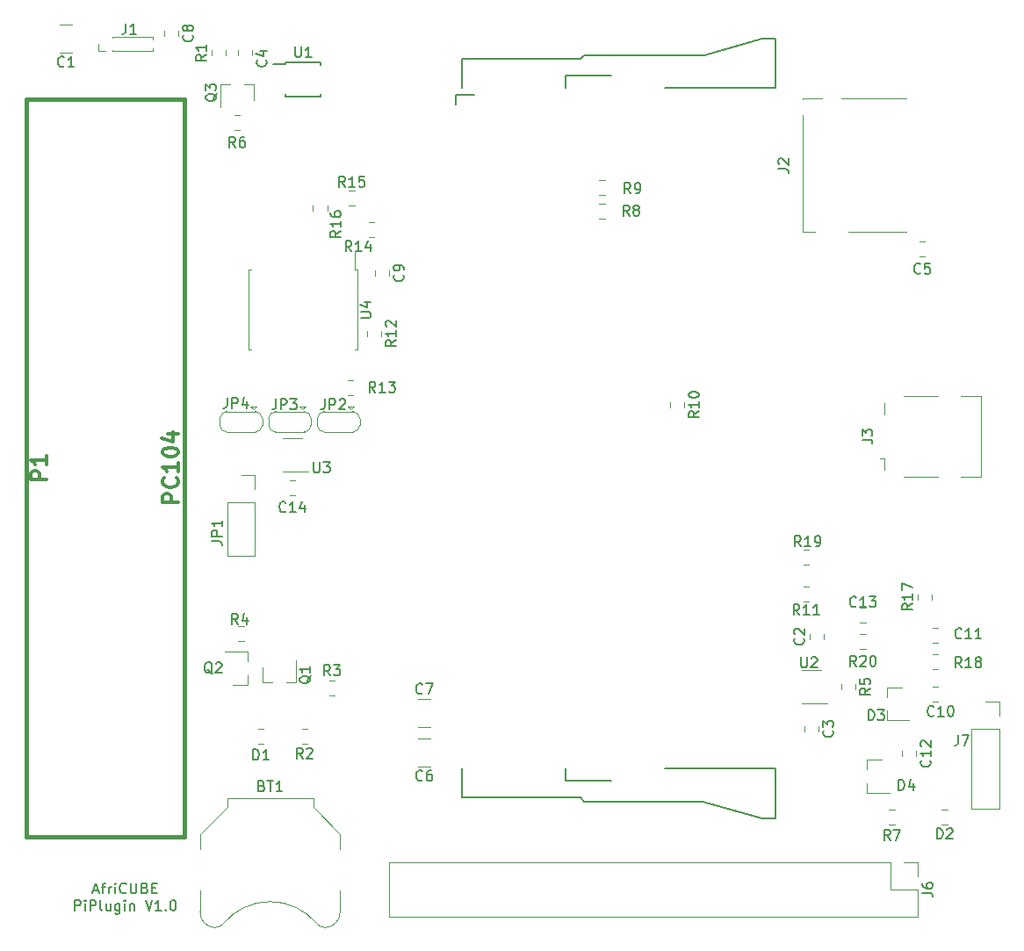
<source format=gbr>
G04 #@! TF.GenerationSoftware,KiCad,Pcbnew,(5.1.2)-2*
G04 #@! TF.CreationDate,2020-04-10T09:33:14+02:00*
G04 #@! TF.ProjectId,AfriCubePiPluginBoard,41667269-4375-4626-9550-69506c756769,rev?*
G04 #@! TF.SameCoordinates,Original*
G04 #@! TF.FileFunction,Legend,Top*
G04 #@! TF.FilePolarity,Positive*
%FSLAX46Y46*%
G04 Gerber Fmt 4.6, Leading zero omitted, Abs format (unit mm)*
G04 Created by KiCad (PCBNEW (5.1.2)-2) date 2020-04-10 09:33:14*
%MOMM*%
%LPD*%
G04 APERTURE LIST*
%ADD10C,0.150000*%
%ADD11C,0.120000*%
%ADD12C,0.381000*%
%ADD13C,0.304800*%
G04 APERTURE END LIST*
D10*
X105537380Y-142343666D02*
X106013571Y-142343666D01*
X105442142Y-142629380D02*
X105775476Y-141629380D01*
X106108809Y-142629380D01*
X106299285Y-141962714D02*
X106680238Y-141962714D01*
X106442142Y-142629380D02*
X106442142Y-141772238D01*
X106489761Y-141677000D01*
X106585000Y-141629380D01*
X106680238Y-141629380D01*
X107013571Y-142629380D02*
X107013571Y-141962714D01*
X107013571Y-142153190D02*
X107061190Y-142057952D01*
X107108809Y-142010333D01*
X107204047Y-141962714D01*
X107299285Y-141962714D01*
X107632619Y-142629380D02*
X107632619Y-141962714D01*
X107632619Y-141629380D02*
X107585000Y-141677000D01*
X107632619Y-141724619D01*
X107680238Y-141677000D01*
X107632619Y-141629380D01*
X107632619Y-141724619D01*
X108680238Y-142534142D02*
X108632619Y-142581761D01*
X108489761Y-142629380D01*
X108394523Y-142629380D01*
X108251666Y-142581761D01*
X108156428Y-142486523D01*
X108108809Y-142391285D01*
X108061190Y-142200809D01*
X108061190Y-142057952D01*
X108108809Y-141867476D01*
X108156428Y-141772238D01*
X108251666Y-141677000D01*
X108394523Y-141629380D01*
X108489761Y-141629380D01*
X108632619Y-141677000D01*
X108680238Y-141724619D01*
X109108809Y-141629380D02*
X109108809Y-142438904D01*
X109156428Y-142534142D01*
X109204047Y-142581761D01*
X109299285Y-142629380D01*
X109489761Y-142629380D01*
X109585000Y-142581761D01*
X109632619Y-142534142D01*
X109680238Y-142438904D01*
X109680238Y-141629380D01*
X110489761Y-142105571D02*
X110632619Y-142153190D01*
X110680238Y-142200809D01*
X110727857Y-142296047D01*
X110727857Y-142438904D01*
X110680238Y-142534142D01*
X110632619Y-142581761D01*
X110537380Y-142629380D01*
X110156428Y-142629380D01*
X110156428Y-141629380D01*
X110489761Y-141629380D01*
X110585000Y-141677000D01*
X110632619Y-141724619D01*
X110680238Y-141819857D01*
X110680238Y-141915095D01*
X110632619Y-142010333D01*
X110585000Y-142057952D01*
X110489761Y-142105571D01*
X110156428Y-142105571D01*
X111156428Y-142105571D02*
X111489761Y-142105571D01*
X111632619Y-142629380D02*
X111156428Y-142629380D01*
X111156428Y-141629380D01*
X111632619Y-141629380D01*
X103727857Y-144279380D02*
X103727857Y-143279380D01*
X104108809Y-143279380D01*
X104204047Y-143327000D01*
X104251666Y-143374619D01*
X104299285Y-143469857D01*
X104299285Y-143612714D01*
X104251666Y-143707952D01*
X104204047Y-143755571D01*
X104108809Y-143803190D01*
X103727857Y-143803190D01*
X104727857Y-144279380D02*
X104727857Y-143612714D01*
X104727857Y-143279380D02*
X104680238Y-143327000D01*
X104727857Y-143374619D01*
X104775476Y-143327000D01*
X104727857Y-143279380D01*
X104727857Y-143374619D01*
X105204047Y-144279380D02*
X105204047Y-143279380D01*
X105585000Y-143279380D01*
X105680238Y-143327000D01*
X105727857Y-143374619D01*
X105775476Y-143469857D01*
X105775476Y-143612714D01*
X105727857Y-143707952D01*
X105680238Y-143755571D01*
X105585000Y-143803190D01*
X105204047Y-143803190D01*
X106346904Y-144279380D02*
X106251666Y-144231761D01*
X106204047Y-144136523D01*
X106204047Y-143279380D01*
X107156428Y-143612714D02*
X107156428Y-144279380D01*
X106727857Y-143612714D02*
X106727857Y-144136523D01*
X106775476Y-144231761D01*
X106870714Y-144279380D01*
X107013571Y-144279380D01*
X107108809Y-144231761D01*
X107156428Y-144184142D01*
X108061190Y-143612714D02*
X108061190Y-144422238D01*
X108013571Y-144517476D01*
X107965952Y-144565095D01*
X107870714Y-144612714D01*
X107727857Y-144612714D01*
X107632619Y-144565095D01*
X108061190Y-144231761D02*
X107965952Y-144279380D01*
X107775476Y-144279380D01*
X107680238Y-144231761D01*
X107632619Y-144184142D01*
X107585000Y-144088904D01*
X107585000Y-143803190D01*
X107632619Y-143707952D01*
X107680238Y-143660333D01*
X107775476Y-143612714D01*
X107965952Y-143612714D01*
X108061190Y-143660333D01*
X108537380Y-144279380D02*
X108537380Y-143612714D01*
X108537380Y-143279380D02*
X108489761Y-143327000D01*
X108537380Y-143374619D01*
X108585000Y-143327000D01*
X108537380Y-143279380D01*
X108537380Y-143374619D01*
X109013571Y-143612714D02*
X109013571Y-144279380D01*
X109013571Y-143707952D02*
X109061190Y-143660333D01*
X109156428Y-143612714D01*
X109299285Y-143612714D01*
X109394523Y-143660333D01*
X109442142Y-143755571D01*
X109442142Y-144279380D01*
X110537380Y-143279380D02*
X110870714Y-144279380D01*
X111204047Y-143279380D01*
X112061190Y-144279380D02*
X111489761Y-144279380D01*
X111775476Y-144279380D02*
X111775476Y-143279380D01*
X111680238Y-143422238D01*
X111585000Y-143517476D01*
X111489761Y-143565095D01*
X112489761Y-144184142D02*
X112537380Y-144231761D01*
X112489761Y-144279380D01*
X112442142Y-144231761D01*
X112489761Y-144184142D01*
X112489761Y-144279380D01*
X113156428Y-143279380D02*
X113251666Y-143279380D01*
X113346904Y-143327000D01*
X113394523Y-143374619D01*
X113442142Y-143469857D01*
X113489761Y-143660333D01*
X113489761Y-143898428D01*
X113442142Y-144088904D01*
X113394523Y-144184142D01*
X113346904Y-144231761D01*
X113251666Y-144279380D01*
X113156428Y-144279380D01*
X113061190Y-144231761D01*
X113013571Y-144184142D01*
X112965952Y-144088904D01*
X112918333Y-143898428D01*
X112918333Y-143660333D01*
X112965952Y-143469857D01*
X113013571Y-143374619D01*
X113061190Y-143327000D01*
X113156428Y-143279380D01*
D11*
X187840252Y-135965000D02*
X187317748Y-135965000D01*
X187840252Y-134545000D02*
X187317748Y-134545000D01*
X182237748Y-135965000D02*
X182760252Y-135965000D01*
X182237748Y-134545000D02*
X182760252Y-134545000D01*
X185158748Y-81228000D02*
X185681252Y-81228000D01*
X185158748Y-79808000D02*
X185681252Y-79808000D01*
X154297748Y-73839000D02*
X154820252Y-73839000D01*
X154297748Y-75259000D02*
X154820252Y-75259000D01*
X127969615Y-145919160D02*
G75*
G02X127055000Y-145535000I-124615J984160D01*
G01*
X117140385Y-145919160D02*
G75*
G03X118055000Y-145535000I124615J984160D01*
G01*
X127045661Y-145523671D02*
G75*
G03X118055000Y-145535000I-4490661J-3711329D01*
G01*
X129305000Y-144385000D02*
G75*
G02X127855000Y-145935000I-1500000J-50000D01*
G01*
X115805000Y-144385000D02*
G75*
G03X117255000Y-145935000I1500000J-50000D01*
G01*
X129305000Y-142335000D02*
X129305000Y-144435000D01*
X115805000Y-142335000D02*
X115805000Y-144435000D01*
X115805000Y-138335000D02*
X115805000Y-136885000D01*
X115805000Y-136885000D02*
X118405000Y-134285000D01*
X118405000Y-134285000D02*
X118405000Y-133485000D01*
X118405000Y-133485000D02*
X126705000Y-133485000D01*
X126705000Y-133485000D02*
X126705000Y-134285000D01*
X126705000Y-134285000D02*
X129305000Y-136885000D01*
X129305000Y-136885000D02*
X129305000Y-138335000D01*
X103472064Y-61558000D02*
X102267936Y-61558000D01*
X103472064Y-58838000D02*
X102267936Y-58838000D01*
X175970000Y-118117252D02*
X175970000Y-117594748D01*
X174550000Y-118117252D02*
X174550000Y-117594748D01*
X175462000Y-126484748D02*
X175462000Y-127007252D01*
X174042000Y-126484748D02*
X174042000Y-127007252D01*
X120852000Y-61856252D02*
X120852000Y-61333748D01*
X119432000Y-61856252D02*
X119432000Y-61333748D01*
X138016064Y-127672000D02*
X136811936Y-127672000D01*
X138016064Y-130392000D02*
X136811936Y-130392000D01*
X136811936Y-123862000D02*
X138016064Y-123862000D01*
X136811936Y-126582000D02*
X138016064Y-126582000D01*
X134060000Y-82542748D02*
X134060000Y-83065252D01*
X132640000Y-82542748D02*
X132640000Y-83065252D01*
X186951252Y-124154000D02*
X186428748Y-124154000D01*
X186951252Y-122734000D02*
X186428748Y-122734000D01*
X186428748Y-118439000D02*
X186951252Y-118439000D01*
X186428748Y-117019000D02*
X186951252Y-117019000D01*
X184860000Y-129420252D02*
X184860000Y-128897748D01*
X183440000Y-129420252D02*
X183440000Y-128897748D01*
X179966252Y-115114000D02*
X179443748Y-115114000D01*
X179966252Y-116534000D02*
X179443748Y-116534000D01*
X124452748Y-104215000D02*
X124975252Y-104215000D01*
X124452748Y-102795000D02*
X124975252Y-102795000D01*
X121404748Y-128218000D02*
X121927252Y-128218000D01*
X121404748Y-126798000D02*
X121927252Y-126798000D01*
X181993000Y-122753000D02*
X181993000Y-123683000D01*
X181993000Y-125913000D02*
X181993000Y-124983000D01*
X181993000Y-125913000D02*
X184153000Y-125913000D01*
X181993000Y-122753000D02*
X183453000Y-122753000D01*
X180088000Y-129738000D02*
X180088000Y-130668000D01*
X180088000Y-132898000D02*
X180088000Y-131968000D01*
X180088000Y-132898000D02*
X182248000Y-132898000D01*
X180088000Y-129738000D02*
X181548000Y-129738000D01*
X177630000Y-65955000D02*
X183930000Y-65955000D01*
X178330000Y-78825000D02*
X183930000Y-78825000D01*
X173920000Y-65955000D02*
X175730000Y-65955000D01*
X173920000Y-78825000D02*
X173920000Y-67565000D01*
X175080000Y-78825000D02*
X173920000Y-78825000D01*
X173920000Y-66065000D02*
X173920000Y-65955000D01*
X191076000Y-94642000D02*
X191076000Y-102462000D01*
X181756000Y-100662000D02*
X181326000Y-100662000D01*
X191076000Y-94642000D02*
X189126000Y-94642000D01*
X186906000Y-94642000D02*
X183676000Y-94642000D01*
X181756000Y-96442000D02*
X181756000Y-95362000D01*
X181756000Y-101742000D02*
X181756000Y-100662000D01*
X186906000Y-102462000D02*
X183676000Y-102462000D01*
X191076000Y-102462000D02*
X189126000Y-102462000D01*
X190186000Y-126746000D02*
X192846000Y-126746000D01*
X190186000Y-126746000D02*
X190186000Y-134426000D01*
X190186000Y-134426000D02*
X192846000Y-134426000D01*
X192846000Y-126746000D02*
X192846000Y-134426000D01*
X192846000Y-124146000D02*
X192846000Y-125476000D01*
X191516000Y-124146000D02*
X192846000Y-124146000D01*
X118431000Y-104902000D02*
X121091000Y-104902000D01*
X118431000Y-104902000D02*
X118431000Y-110042000D01*
X118431000Y-110042000D02*
X121091000Y-110042000D01*
X121091000Y-104902000D02*
X121091000Y-110042000D01*
X121091000Y-102302000D02*
X121091000Y-103632000D01*
X119761000Y-102302000D02*
X121091000Y-102302000D01*
X130359000Y-95955000D02*
X130059000Y-95655000D01*
X130659000Y-95655000D02*
X130059000Y-95655000D01*
X130359000Y-95955000D02*
X130659000Y-95655000D01*
X131209000Y-96855000D02*
X131209000Y-97455000D01*
X127759000Y-96155000D02*
X130559000Y-96155000D01*
X127109000Y-97455000D02*
X127109000Y-96855000D01*
X130559000Y-98155000D02*
X127759000Y-98155000D01*
X127809000Y-98155000D02*
G75*
G02X127109000Y-97455000I0J700000D01*
G01*
X127109000Y-96855000D02*
G75*
G02X127809000Y-96155000I700000J0D01*
G01*
X130509000Y-96155000D02*
G75*
G02X131209000Y-96855000I0J-700000D01*
G01*
X131209000Y-97455000D02*
G75*
G02X130509000Y-98155000I-700000J0D01*
G01*
X126510000Y-97455000D02*
G75*
G02X125810000Y-98155000I-700000J0D01*
G01*
X125810000Y-96155000D02*
G75*
G02X126510000Y-96855000I0J-700000D01*
G01*
X122410000Y-96855000D02*
G75*
G02X123110000Y-96155000I700000J0D01*
G01*
X123110000Y-98155000D02*
G75*
G02X122410000Y-97455000I0J700000D01*
G01*
X125860000Y-98155000D02*
X123060000Y-98155000D01*
X122410000Y-97455000D02*
X122410000Y-96855000D01*
X123060000Y-96155000D02*
X125860000Y-96155000D01*
X126510000Y-96855000D02*
X126510000Y-97455000D01*
X125660000Y-95955000D02*
X125960000Y-95655000D01*
X125960000Y-95655000D02*
X125360000Y-95655000D01*
X125660000Y-95955000D02*
X125360000Y-95655000D01*
X120961000Y-95955000D02*
X120661000Y-95655000D01*
X121261000Y-95655000D02*
X120661000Y-95655000D01*
X120961000Y-95955000D02*
X121261000Y-95655000D01*
X121811000Y-96855000D02*
X121811000Y-97455000D01*
X118361000Y-96155000D02*
X121161000Y-96155000D01*
X117711000Y-97455000D02*
X117711000Y-96855000D01*
X121161000Y-98155000D02*
X118361000Y-98155000D01*
X118411000Y-98155000D02*
G75*
G02X117711000Y-97455000I0J700000D01*
G01*
X117711000Y-96855000D02*
G75*
G02X118411000Y-96155000I700000J0D01*
G01*
X121111000Y-96155000D02*
G75*
G02X121811000Y-96855000I0J-700000D01*
G01*
X121811000Y-97455000D02*
G75*
G02X121111000Y-98155000I-700000J0D01*
G01*
D12*
X99060000Y-137160000D02*
X99060000Y-66040000D01*
X99060000Y-66040000D02*
X114300000Y-66040000D01*
X114300000Y-66040000D02*
X114300000Y-137160000D01*
X114300000Y-137160000D02*
X99060000Y-137160000D01*
D11*
X121864000Y-122299000D02*
X121864000Y-120839000D01*
X125024000Y-122299000D02*
X125024000Y-120139000D01*
X125024000Y-122299000D02*
X124094000Y-122299000D01*
X121864000Y-122299000D02*
X122794000Y-122299000D01*
X120394000Y-122484000D02*
X120394000Y-121554000D01*
X120394000Y-119324000D02*
X120394000Y-120254000D01*
X120394000Y-119324000D02*
X118234000Y-119324000D01*
X120394000Y-122484000D02*
X118934000Y-122484000D01*
X120960000Y-64645000D02*
X120960000Y-66105000D01*
X117800000Y-64645000D02*
X117800000Y-66805000D01*
X117800000Y-64645000D02*
X118730000Y-64645000D01*
X120960000Y-64645000D02*
X120030000Y-64645000D01*
X116892000Y-61856252D02*
X116892000Y-61333748D01*
X118312000Y-61856252D02*
X118312000Y-61333748D01*
X126127252Y-128218000D02*
X125604748Y-128218000D01*
X126127252Y-126798000D02*
X125604748Y-126798000D01*
X128262748Y-123519000D02*
X128785252Y-123519000D01*
X128262748Y-122099000D02*
X128785252Y-122099000D01*
X120022252Y-118312000D02*
X119499748Y-118312000D01*
X120022252Y-116892000D02*
X119499748Y-116892000D01*
X179018000Y-122420748D02*
X179018000Y-122943252D01*
X177598000Y-122420748D02*
X177598000Y-122943252D01*
X119118748Y-67616000D02*
X119641252Y-67616000D01*
X119118748Y-69036000D02*
X119641252Y-69036000D01*
X154297748Y-76125000D02*
X154820252Y-76125000D01*
X154297748Y-77545000D02*
X154820252Y-77545000D01*
X161088000Y-95242748D02*
X161088000Y-95765252D01*
X162508000Y-95242748D02*
X162508000Y-95765252D01*
X173982748Y-113082000D02*
X174505252Y-113082000D01*
X173982748Y-114502000D02*
X174505252Y-114502000D01*
X131878000Y-88384748D02*
X131878000Y-88907252D01*
X133298000Y-88384748D02*
X133298000Y-88907252D01*
X130563252Y-94563000D02*
X130040748Y-94563000D01*
X130563252Y-93143000D02*
X130040748Y-93143000D01*
X132595252Y-77903000D02*
X132072748Y-77903000D01*
X132595252Y-79323000D02*
X132072748Y-79323000D01*
X130690252Y-74855000D02*
X130167748Y-74855000D01*
X130690252Y-76275000D02*
X130167748Y-76275000D01*
X128091000Y-76319748D02*
X128091000Y-76842252D01*
X126671000Y-76319748D02*
X126671000Y-76842252D01*
X186384000Y-114307252D02*
X186384000Y-113784748D01*
X184964000Y-114307252D02*
X184964000Y-113784748D01*
X186951252Y-120979000D02*
X186428748Y-120979000D01*
X186951252Y-119559000D02*
X186428748Y-119559000D01*
X174505252Y-110946000D02*
X173982748Y-110946000D01*
X174505252Y-109526000D02*
X173982748Y-109526000D01*
X179443748Y-119074000D02*
X179966252Y-119074000D01*
X179443748Y-117654000D02*
X179966252Y-117654000D01*
D10*
X124055000Y-62460000D02*
X124055000Y-62685000D01*
X127405000Y-62460000D02*
X127405000Y-62760000D01*
X127405000Y-65810000D02*
X127405000Y-65510000D01*
X124055000Y-65810000D02*
X124055000Y-65510000D01*
X124055000Y-62460000D02*
X127405000Y-62460000D01*
X124055000Y-65810000D02*
X127405000Y-65810000D01*
X124055000Y-62685000D02*
X122830000Y-62685000D01*
D11*
X175652000Y-121072000D02*
X173852000Y-121072000D01*
X173852000Y-124292000D02*
X176302000Y-124292000D01*
X125614000Y-98720000D02*
X123814000Y-98720000D01*
X123814000Y-101940000D02*
X126264000Y-101940000D01*
X120470000Y-86360000D02*
X120470000Y-90220000D01*
X120470000Y-90220000D02*
X120725000Y-90220000D01*
X120470000Y-86360000D02*
X120470000Y-82500000D01*
X120470000Y-82500000D02*
X120725000Y-82500000D01*
X130990000Y-86360000D02*
X130990000Y-90220000D01*
X130990000Y-90220000D02*
X130735000Y-90220000D01*
X130990000Y-86360000D02*
X130990000Y-82500000D01*
X130990000Y-82500000D02*
X130735000Y-82500000D01*
X130735000Y-82500000D02*
X130735000Y-80685000D01*
D10*
X140450000Y-65590000D02*
X142250000Y-65590000D01*
X140450000Y-66590000D02*
X140450000Y-65590000D01*
X171250000Y-60190000D02*
X171250000Y-64990000D01*
X170050000Y-60190000D02*
X171250000Y-60190000D01*
X164450000Y-61790000D02*
X170050000Y-60190000D01*
X152850000Y-61790000D02*
X164450000Y-61790000D01*
X152450000Y-62190000D02*
X152850000Y-61790000D01*
X141050000Y-62190000D02*
X152450000Y-62190000D01*
X141050000Y-64990000D02*
X141050000Y-62190000D01*
X171250000Y-135390000D02*
X171250000Y-130590000D01*
X170050000Y-135390000D02*
X171250000Y-135390000D01*
X164250000Y-133790000D02*
X170050000Y-135390000D01*
X152850000Y-133790000D02*
X164250000Y-133790000D01*
X152450000Y-133390000D02*
X152850000Y-133790000D01*
X141050000Y-133390000D02*
X152450000Y-133390000D01*
X141050000Y-130590000D02*
X141050000Y-133390000D01*
X151050000Y-63790000D02*
X155450000Y-63790000D01*
X151050000Y-64990000D02*
X151050000Y-63790000D01*
X160650000Y-64990000D02*
X171250000Y-64990000D01*
X160650000Y-130590000D02*
X171250000Y-130590000D01*
X151050000Y-131790000D02*
X151050000Y-130590000D01*
X155450000Y-131790000D02*
X151050000Y-131790000D01*
D11*
X134052000Y-139640000D02*
X134052000Y-144840000D01*
X182372000Y-139640000D02*
X134052000Y-139640000D01*
X184972000Y-144840000D02*
X134052000Y-144840000D01*
X182372000Y-139640000D02*
X182372000Y-142240000D01*
X182372000Y-142240000D02*
X184972000Y-142240000D01*
X184972000Y-142240000D02*
X184972000Y-144840000D01*
X183642000Y-139640000D02*
X184972000Y-139640000D01*
X184972000Y-139640000D02*
X184972000Y-140970000D01*
X105995000Y-61401000D02*
X105995000Y-60706000D01*
X106680000Y-61401000D02*
X105995000Y-61401000D01*
X107365000Y-60097724D02*
X107365000Y-60011000D01*
X107365000Y-61401000D02*
X107365000Y-61314276D01*
X107365000Y-60011000D02*
X111240000Y-60011000D01*
X107365000Y-61401000D02*
X111240000Y-61401000D01*
X111240000Y-60311507D02*
X111240000Y-60011000D01*
X111240000Y-61401000D02*
X111240000Y-61100493D01*
X113740000Y-59428748D02*
X113740000Y-59951252D01*
X112320000Y-59428748D02*
X112320000Y-59951252D01*
D10*
X186840904Y-137357380D02*
X186840904Y-136357380D01*
X187079000Y-136357380D01*
X187221857Y-136405000D01*
X187317095Y-136500238D01*
X187364714Y-136595476D01*
X187412333Y-136785952D01*
X187412333Y-136928809D01*
X187364714Y-137119285D01*
X187317095Y-137214523D01*
X187221857Y-137309761D01*
X187079000Y-137357380D01*
X186840904Y-137357380D01*
X187793285Y-136452619D02*
X187840904Y-136405000D01*
X187936142Y-136357380D01*
X188174238Y-136357380D01*
X188269476Y-136405000D01*
X188317095Y-136452619D01*
X188364714Y-136547857D01*
X188364714Y-136643095D01*
X188317095Y-136785952D01*
X187745666Y-137357380D01*
X188364714Y-137357380D01*
X182332333Y-137485380D02*
X181999000Y-137009190D01*
X181760904Y-137485380D02*
X181760904Y-136485380D01*
X182141857Y-136485380D01*
X182237095Y-136533000D01*
X182284714Y-136580619D01*
X182332333Y-136675857D01*
X182332333Y-136818714D01*
X182284714Y-136913952D01*
X182237095Y-136961571D01*
X182141857Y-137009190D01*
X181760904Y-137009190D01*
X182665666Y-136485380D02*
X183332333Y-136485380D01*
X182903761Y-137485380D01*
X185253333Y-82780142D02*
X185205714Y-82827761D01*
X185062857Y-82875380D01*
X184967619Y-82875380D01*
X184824761Y-82827761D01*
X184729523Y-82732523D01*
X184681904Y-82637285D01*
X184634285Y-82446809D01*
X184634285Y-82303952D01*
X184681904Y-82113476D01*
X184729523Y-82018238D01*
X184824761Y-81923000D01*
X184967619Y-81875380D01*
X185062857Y-81875380D01*
X185205714Y-81923000D01*
X185253333Y-81970619D01*
X186158095Y-81875380D02*
X185681904Y-81875380D01*
X185634285Y-82351571D01*
X185681904Y-82303952D01*
X185777142Y-82256333D01*
X186015238Y-82256333D01*
X186110476Y-82303952D01*
X186158095Y-82351571D01*
X186205714Y-82446809D01*
X186205714Y-82684904D01*
X186158095Y-82780142D01*
X186110476Y-82827761D01*
X186015238Y-82875380D01*
X185777142Y-82875380D01*
X185681904Y-82827761D01*
X185634285Y-82780142D01*
X157313333Y-75128380D02*
X156980000Y-74652190D01*
X156741904Y-75128380D02*
X156741904Y-74128380D01*
X157122857Y-74128380D01*
X157218095Y-74176000D01*
X157265714Y-74223619D01*
X157313333Y-74318857D01*
X157313333Y-74461714D01*
X157265714Y-74556952D01*
X157218095Y-74604571D01*
X157122857Y-74652190D01*
X156741904Y-74652190D01*
X157789523Y-75128380D02*
X157980000Y-75128380D01*
X158075238Y-75080761D01*
X158122857Y-75033142D01*
X158218095Y-74890285D01*
X158265714Y-74699809D01*
X158265714Y-74318857D01*
X158218095Y-74223619D01*
X158170476Y-74176000D01*
X158075238Y-74128380D01*
X157884761Y-74128380D01*
X157789523Y-74176000D01*
X157741904Y-74223619D01*
X157694285Y-74318857D01*
X157694285Y-74556952D01*
X157741904Y-74652190D01*
X157789523Y-74699809D01*
X157884761Y-74747428D01*
X158075238Y-74747428D01*
X158170476Y-74699809D01*
X158218095Y-74652190D01*
X158265714Y-74556952D01*
X121769285Y-132263571D02*
X121912142Y-132311190D01*
X121959761Y-132358809D01*
X122007380Y-132454047D01*
X122007380Y-132596904D01*
X121959761Y-132692142D01*
X121912142Y-132739761D01*
X121816904Y-132787380D01*
X121435952Y-132787380D01*
X121435952Y-131787380D01*
X121769285Y-131787380D01*
X121864523Y-131835000D01*
X121912142Y-131882619D01*
X121959761Y-131977857D01*
X121959761Y-132073095D01*
X121912142Y-132168333D01*
X121864523Y-132215952D01*
X121769285Y-132263571D01*
X121435952Y-132263571D01*
X122293095Y-131787380D02*
X122864523Y-131787380D01*
X122578809Y-132787380D02*
X122578809Y-131787380D01*
X123721666Y-132787380D02*
X123150238Y-132787380D01*
X123435952Y-132787380D02*
X123435952Y-131787380D01*
X123340714Y-131930238D01*
X123245476Y-132025476D01*
X123150238Y-132073095D01*
X102703333Y-62835142D02*
X102655714Y-62882761D01*
X102512857Y-62930380D01*
X102417619Y-62930380D01*
X102274761Y-62882761D01*
X102179523Y-62787523D01*
X102131904Y-62692285D01*
X102084285Y-62501809D01*
X102084285Y-62358952D01*
X102131904Y-62168476D01*
X102179523Y-62073238D01*
X102274761Y-61978000D01*
X102417619Y-61930380D01*
X102512857Y-61930380D01*
X102655714Y-61978000D01*
X102703333Y-62025619D01*
X103655714Y-62930380D02*
X103084285Y-62930380D01*
X103370000Y-62930380D02*
X103370000Y-61930380D01*
X103274761Y-62073238D01*
X103179523Y-62168476D01*
X103084285Y-62216095D01*
X173967142Y-118022666D02*
X174014761Y-118070285D01*
X174062380Y-118213142D01*
X174062380Y-118308380D01*
X174014761Y-118451238D01*
X173919523Y-118546476D01*
X173824285Y-118594095D01*
X173633809Y-118641714D01*
X173490952Y-118641714D01*
X173300476Y-118594095D01*
X173205238Y-118546476D01*
X173110000Y-118451238D01*
X173062380Y-118308380D01*
X173062380Y-118213142D01*
X173110000Y-118070285D01*
X173157619Y-118022666D01*
X173157619Y-117641714D02*
X173110000Y-117594095D01*
X173062380Y-117498857D01*
X173062380Y-117260761D01*
X173110000Y-117165523D01*
X173157619Y-117117904D01*
X173252857Y-117070285D01*
X173348095Y-117070285D01*
X173490952Y-117117904D01*
X174062380Y-117689333D01*
X174062380Y-117070285D01*
X176759142Y-126912666D02*
X176806761Y-126960285D01*
X176854380Y-127103142D01*
X176854380Y-127198380D01*
X176806761Y-127341238D01*
X176711523Y-127436476D01*
X176616285Y-127484095D01*
X176425809Y-127531714D01*
X176282952Y-127531714D01*
X176092476Y-127484095D01*
X175997238Y-127436476D01*
X175902000Y-127341238D01*
X175854380Y-127198380D01*
X175854380Y-127103142D01*
X175902000Y-126960285D01*
X175949619Y-126912666D01*
X175854380Y-126579333D02*
X175854380Y-125960285D01*
X176235333Y-126293619D01*
X176235333Y-126150761D01*
X176282952Y-126055523D01*
X176330571Y-126007904D01*
X176425809Y-125960285D01*
X176663904Y-125960285D01*
X176759142Y-126007904D01*
X176806761Y-126055523D01*
X176854380Y-126150761D01*
X176854380Y-126436476D01*
X176806761Y-126531714D01*
X176759142Y-126579333D01*
X122150142Y-62269666D02*
X122197761Y-62317285D01*
X122245380Y-62460142D01*
X122245380Y-62555380D01*
X122197761Y-62698238D01*
X122102523Y-62793476D01*
X122007285Y-62841095D01*
X121816809Y-62888714D01*
X121673952Y-62888714D01*
X121483476Y-62841095D01*
X121388238Y-62793476D01*
X121293000Y-62698238D01*
X121245380Y-62555380D01*
X121245380Y-62460142D01*
X121293000Y-62317285D01*
X121340619Y-62269666D01*
X121578714Y-61412523D02*
X122245380Y-61412523D01*
X121197761Y-61650619D02*
X121912047Y-61888714D01*
X121912047Y-61269666D01*
X137247333Y-131669142D02*
X137199714Y-131716761D01*
X137056857Y-131764380D01*
X136961619Y-131764380D01*
X136818761Y-131716761D01*
X136723523Y-131621523D01*
X136675904Y-131526285D01*
X136628285Y-131335809D01*
X136628285Y-131192952D01*
X136675904Y-131002476D01*
X136723523Y-130907238D01*
X136818761Y-130812000D01*
X136961619Y-130764380D01*
X137056857Y-130764380D01*
X137199714Y-130812000D01*
X137247333Y-130859619D01*
X138104476Y-130764380D02*
X137914000Y-130764380D01*
X137818761Y-130812000D01*
X137771142Y-130859619D01*
X137675904Y-131002476D01*
X137628285Y-131192952D01*
X137628285Y-131573904D01*
X137675904Y-131669142D01*
X137723523Y-131716761D01*
X137818761Y-131764380D01*
X138009238Y-131764380D01*
X138104476Y-131716761D01*
X138152095Y-131669142D01*
X138199714Y-131573904D01*
X138199714Y-131335809D01*
X138152095Y-131240571D01*
X138104476Y-131192952D01*
X138009238Y-131145333D01*
X137818761Y-131145333D01*
X137723523Y-131192952D01*
X137675904Y-131240571D01*
X137628285Y-131335809D01*
X137247333Y-123299142D02*
X137199714Y-123346761D01*
X137056857Y-123394380D01*
X136961619Y-123394380D01*
X136818761Y-123346761D01*
X136723523Y-123251523D01*
X136675904Y-123156285D01*
X136628285Y-122965809D01*
X136628285Y-122822952D01*
X136675904Y-122632476D01*
X136723523Y-122537238D01*
X136818761Y-122442000D01*
X136961619Y-122394380D01*
X137056857Y-122394380D01*
X137199714Y-122442000D01*
X137247333Y-122489619D01*
X137580666Y-122394380D02*
X138247333Y-122394380D01*
X137818761Y-123394380D01*
X135357142Y-82970666D02*
X135404761Y-83018285D01*
X135452380Y-83161142D01*
X135452380Y-83256380D01*
X135404761Y-83399238D01*
X135309523Y-83494476D01*
X135214285Y-83542095D01*
X135023809Y-83589714D01*
X134880952Y-83589714D01*
X134690476Y-83542095D01*
X134595238Y-83494476D01*
X134500000Y-83399238D01*
X134452380Y-83256380D01*
X134452380Y-83161142D01*
X134500000Y-83018285D01*
X134547619Y-82970666D01*
X135452380Y-82494476D02*
X135452380Y-82304000D01*
X135404761Y-82208761D01*
X135357142Y-82161142D01*
X135214285Y-82065904D01*
X135023809Y-82018285D01*
X134642857Y-82018285D01*
X134547619Y-82065904D01*
X134500000Y-82113523D01*
X134452380Y-82208761D01*
X134452380Y-82399238D01*
X134500000Y-82494476D01*
X134547619Y-82542095D01*
X134642857Y-82589714D01*
X134880952Y-82589714D01*
X134976190Y-82542095D01*
X135023809Y-82494476D01*
X135071428Y-82399238D01*
X135071428Y-82208761D01*
X135023809Y-82113523D01*
X134976190Y-82065904D01*
X134880952Y-82018285D01*
X186555142Y-125451142D02*
X186507523Y-125498761D01*
X186364666Y-125546380D01*
X186269428Y-125546380D01*
X186126571Y-125498761D01*
X186031333Y-125403523D01*
X185983714Y-125308285D01*
X185936095Y-125117809D01*
X185936095Y-124974952D01*
X185983714Y-124784476D01*
X186031333Y-124689238D01*
X186126571Y-124594000D01*
X186269428Y-124546380D01*
X186364666Y-124546380D01*
X186507523Y-124594000D01*
X186555142Y-124641619D01*
X187507523Y-125546380D02*
X186936095Y-125546380D01*
X187221809Y-125546380D02*
X187221809Y-124546380D01*
X187126571Y-124689238D01*
X187031333Y-124784476D01*
X186936095Y-124832095D01*
X188126571Y-124546380D02*
X188221809Y-124546380D01*
X188317047Y-124594000D01*
X188364666Y-124641619D01*
X188412285Y-124736857D01*
X188459904Y-124927333D01*
X188459904Y-125165428D01*
X188412285Y-125355904D01*
X188364666Y-125451142D01*
X188317047Y-125498761D01*
X188221809Y-125546380D01*
X188126571Y-125546380D01*
X188031333Y-125498761D01*
X187983714Y-125451142D01*
X187936095Y-125355904D01*
X187888476Y-125165428D01*
X187888476Y-124927333D01*
X187936095Y-124736857D01*
X187983714Y-124641619D01*
X188031333Y-124594000D01*
X188126571Y-124546380D01*
X189222142Y-117959142D02*
X189174523Y-118006761D01*
X189031666Y-118054380D01*
X188936428Y-118054380D01*
X188793571Y-118006761D01*
X188698333Y-117911523D01*
X188650714Y-117816285D01*
X188603095Y-117625809D01*
X188603095Y-117482952D01*
X188650714Y-117292476D01*
X188698333Y-117197238D01*
X188793571Y-117102000D01*
X188936428Y-117054380D01*
X189031666Y-117054380D01*
X189174523Y-117102000D01*
X189222142Y-117149619D01*
X190174523Y-118054380D02*
X189603095Y-118054380D01*
X189888809Y-118054380D02*
X189888809Y-117054380D01*
X189793571Y-117197238D01*
X189698333Y-117292476D01*
X189603095Y-117340095D01*
X191126904Y-118054380D02*
X190555476Y-118054380D01*
X190841190Y-118054380D02*
X190841190Y-117054380D01*
X190745952Y-117197238D01*
X190650714Y-117292476D01*
X190555476Y-117340095D01*
X186158142Y-129801857D02*
X186205761Y-129849476D01*
X186253380Y-129992333D01*
X186253380Y-130087571D01*
X186205761Y-130230428D01*
X186110523Y-130325666D01*
X186015285Y-130373285D01*
X185824809Y-130420904D01*
X185681952Y-130420904D01*
X185491476Y-130373285D01*
X185396238Y-130325666D01*
X185301000Y-130230428D01*
X185253380Y-130087571D01*
X185253380Y-129992333D01*
X185301000Y-129849476D01*
X185348619Y-129801857D01*
X186253380Y-128849476D02*
X186253380Y-129420904D01*
X186253380Y-129135190D02*
X185253380Y-129135190D01*
X185396238Y-129230428D01*
X185491476Y-129325666D01*
X185539095Y-129420904D01*
X185348619Y-128468523D02*
X185301000Y-128420904D01*
X185253380Y-128325666D01*
X185253380Y-128087571D01*
X185301000Y-127992333D01*
X185348619Y-127944714D01*
X185443857Y-127897095D01*
X185539095Y-127897095D01*
X185681952Y-127944714D01*
X186253380Y-128516142D01*
X186253380Y-127897095D01*
X179062142Y-114911142D02*
X179014523Y-114958761D01*
X178871666Y-115006380D01*
X178776428Y-115006380D01*
X178633571Y-114958761D01*
X178538333Y-114863523D01*
X178490714Y-114768285D01*
X178443095Y-114577809D01*
X178443095Y-114434952D01*
X178490714Y-114244476D01*
X178538333Y-114149238D01*
X178633571Y-114054000D01*
X178776428Y-114006380D01*
X178871666Y-114006380D01*
X179014523Y-114054000D01*
X179062142Y-114101619D01*
X180014523Y-115006380D02*
X179443095Y-115006380D01*
X179728809Y-115006380D02*
X179728809Y-114006380D01*
X179633571Y-114149238D01*
X179538333Y-114244476D01*
X179443095Y-114292095D01*
X180347857Y-114006380D02*
X180966904Y-114006380D01*
X180633571Y-114387333D01*
X180776428Y-114387333D01*
X180871666Y-114434952D01*
X180919285Y-114482571D01*
X180966904Y-114577809D01*
X180966904Y-114815904D01*
X180919285Y-114911142D01*
X180871666Y-114958761D01*
X180776428Y-115006380D01*
X180490714Y-115006380D01*
X180395476Y-114958761D01*
X180347857Y-114911142D01*
X124071142Y-105767142D02*
X124023523Y-105814761D01*
X123880666Y-105862380D01*
X123785428Y-105862380D01*
X123642571Y-105814761D01*
X123547333Y-105719523D01*
X123499714Y-105624285D01*
X123452095Y-105433809D01*
X123452095Y-105290952D01*
X123499714Y-105100476D01*
X123547333Y-105005238D01*
X123642571Y-104910000D01*
X123785428Y-104862380D01*
X123880666Y-104862380D01*
X124023523Y-104910000D01*
X124071142Y-104957619D01*
X125023523Y-105862380D02*
X124452095Y-105862380D01*
X124737809Y-105862380D02*
X124737809Y-104862380D01*
X124642571Y-105005238D01*
X124547333Y-105100476D01*
X124452095Y-105148095D01*
X125880666Y-105195714D02*
X125880666Y-105862380D01*
X125642571Y-104814761D02*
X125404476Y-105529047D01*
X126023523Y-105529047D01*
X120927904Y-129738380D02*
X120927904Y-128738380D01*
X121166000Y-128738380D01*
X121308857Y-128786000D01*
X121404095Y-128881238D01*
X121451714Y-128976476D01*
X121499333Y-129166952D01*
X121499333Y-129309809D01*
X121451714Y-129500285D01*
X121404095Y-129595523D01*
X121308857Y-129690761D01*
X121166000Y-129738380D01*
X120927904Y-129738380D01*
X122451714Y-129738380D02*
X121880285Y-129738380D01*
X122166000Y-129738380D02*
X122166000Y-128738380D01*
X122070761Y-128881238D01*
X121975523Y-128976476D01*
X121880285Y-129024095D01*
X180236904Y-125928380D02*
X180236904Y-124928380D01*
X180475000Y-124928380D01*
X180617857Y-124976000D01*
X180713095Y-125071238D01*
X180760714Y-125166476D01*
X180808333Y-125356952D01*
X180808333Y-125499809D01*
X180760714Y-125690285D01*
X180713095Y-125785523D01*
X180617857Y-125880761D01*
X180475000Y-125928380D01*
X180236904Y-125928380D01*
X181141666Y-124928380D02*
X181760714Y-124928380D01*
X181427380Y-125309333D01*
X181570238Y-125309333D01*
X181665476Y-125356952D01*
X181713095Y-125404571D01*
X181760714Y-125499809D01*
X181760714Y-125737904D01*
X181713095Y-125833142D01*
X181665476Y-125880761D01*
X181570238Y-125928380D01*
X181284523Y-125928380D01*
X181189285Y-125880761D01*
X181141666Y-125833142D01*
X183157904Y-132659380D02*
X183157904Y-131659380D01*
X183396000Y-131659380D01*
X183538857Y-131707000D01*
X183634095Y-131802238D01*
X183681714Y-131897476D01*
X183729333Y-132087952D01*
X183729333Y-132230809D01*
X183681714Y-132421285D01*
X183634095Y-132516523D01*
X183538857Y-132611761D01*
X183396000Y-132659380D01*
X183157904Y-132659380D01*
X184586476Y-131992714D02*
X184586476Y-132659380D01*
X184348380Y-131611761D02*
X184110285Y-132326047D01*
X184729333Y-132326047D01*
X171532380Y-72748333D02*
X172246666Y-72748333D01*
X172389523Y-72795952D01*
X172484761Y-72891190D01*
X172532380Y-73034047D01*
X172532380Y-73129285D01*
X171627619Y-72319761D02*
X171580000Y-72272142D01*
X171532380Y-72176904D01*
X171532380Y-71938809D01*
X171580000Y-71843571D01*
X171627619Y-71795952D01*
X171722857Y-71748333D01*
X171818095Y-71748333D01*
X171960952Y-71795952D01*
X172532380Y-72367380D01*
X172532380Y-71748333D01*
X179618380Y-98885333D02*
X180332666Y-98885333D01*
X180475523Y-98932952D01*
X180570761Y-99028190D01*
X180618380Y-99171047D01*
X180618380Y-99266285D01*
X179618380Y-98504380D02*
X179618380Y-97885333D01*
X179999333Y-98218666D01*
X179999333Y-98075809D01*
X180046952Y-97980571D01*
X180094571Y-97932952D01*
X180189809Y-97885333D01*
X180427904Y-97885333D01*
X180523142Y-97932952D01*
X180570761Y-97980571D01*
X180618380Y-98075809D01*
X180618380Y-98361523D01*
X180570761Y-98456761D01*
X180523142Y-98504380D01*
X188896666Y-127341380D02*
X188896666Y-128055666D01*
X188849047Y-128198523D01*
X188753809Y-128293761D01*
X188610952Y-128341380D01*
X188515714Y-128341380D01*
X189277619Y-127341380D02*
X189944285Y-127341380D01*
X189515714Y-128341380D01*
X116927380Y-108656333D02*
X117641666Y-108656333D01*
X117784523Y-108703952D01*
X117879761Y-108799190D01*
X117927380Y-108942047D01*
X117927380Y-109037285D01*
X117927380Y-108180142D02*
X116927380Y-108180142D01*
X116927380Y-107799190D01*
X116975000Y-107703952D01*
X117022619Y-107656333D01*
X117117857Y-107608714D01*
X117260714Y-107608714D01*
X117355952Y-107656333D01*
X117403571Y-107703952D01*
X117451190Y-107799190D01*
X117451190Y-108180142D01*
X117927380Y-106656333D02*
X117927380Y-107227761D01*
X117927380Y-106942047D02*
X116927380Y-106942047D01*
X117070238Y-107037285D01*
X117165476Y-107132523D01*
X117213095Y-107227761D01*
X127817666Y-94956380D02*
X127817666Y-95670666D01*
X127770047Y-95813523D01*
X127674809Y-95908761D01*
X127531952Y-95956380D01*
X127436714Y-95956380D01*
X128293857Y-95956380D02*
X128293857Y-94956380D01*
X128674809Y-94956380D01*
X128770047Y-95004000D01*
X128817666Y-95051619D01*
X128865285Y-95146857D01*
X128865285Y-95289714D01*
X128817666Y-95384952D01*
X128770047Y-95432571D01*
X128674809Y-95480190D01*
X128293857Y-95480190D01*
X129246238Y-95051619D02*
X129293857Y-95004000D01*
X129389095Y-94956380D01*
X129627190Y-94956380D01*
X129722428Y-95004000D01*
X129770047Y-95051619D01*
X129817666Y-95146857D01*
X129817666Y-95242095D01*
X129770047Y-95384952D01*
X129198619Y-95956380D01*
X129817666Y-95956380D01*
X123118666Y-94956380D02*
X123118666Y-95670666D01*
X123071047Y-95813523D01*
X122975809Y-95908761D01*
X122832952Y-95956380D01*
X122737714Y-95956380D01*
X123594857Y-95956380D02*
X123594857Y-94956380D01*
X123975809Y-94956380D01*
X124071047Y-95004000D01*
X124118666Y-95051619D01*
X124166285Y-95146857D01*
X124166285Y-95289714D01*
X124118666Y-95384952D01*
X124071047Y-95432571D01*
X123975809Y-95480190D01*
X123594857Y-95480190D01*
X124499619Y-94956380D02*
X125118666Y-94956380D01*
X124785333Y-95337333D01*
X124928190Y-95337333D01*
X125023428Y-95384952D01*
X125071047Y-95432571D01*
X125118666Y-95527809D01*
X125118666Y-95765904D01*
X125071047Y-95861142D01*
X125023428Y-95908761D01*
X124928190Y-95956380D01*
X124642476Y-95956380D01*
X124547238Y-95908761D01*
X124499619Y-95861142D01*
X118419666Y-94829380D02*
X118419666Y-95543666D01*
X118372047Y-95686523D01*
X118276809Y-95781761D01*
X118133952Y-95829380D01*
X118038714Y-95829380D01*
X118895857Y-95829380D02*
X118895857Y-94829380D01*
X119276809Y-94829380D01*
X119372047Y-94877000D01*
X119419666Y-94924619D01*
X119467285Y-95019857D01*
X119467285Y-95162714D01*
X119419666Y-95257952D01*
X119372047Y-95305571D01*
X119276809Y-95353190D01*
X118895857Y-95353190D01*
X120324428Y-95162714D02*
X120324428Y-95829380D01*
X120086333Y-94781761D02*
X119848238Y-95496047D01*
X120467285Y-95496047D01*
D13*
X101019428Y-102724857D02*
X99495428Y-102724857D01*
X99495428Y-102144285D01*
X99568000Y-101999142D01*
X99640571Y-101926571D01*
X99785714Y-101854000D01*
X100003428Y-101854000D01*
X100148571Y-101926571D01*
X100221142Y-101999142D01*
X100293714Y-102144285D01*
X100293714Y-102724857D01*
X101019428Y-100402571D02*
X101019428Y-101273428D01*
X101019428Y-100838000D02*
X99495428Y-100838000D01*
X99713142Y-100983142D01*
X99858285Y-101128285D01*
X99930857Y-101273428D01*
X113719428Y-104938285D02*
X112195428Y-104938285D01*
X112195428Y-104357714D01*
X112268000Y-104212571D01*
X112340571Y-104140000D01*
X112485714Y-104067428D01*
X112703428Y-104067428D01*
X112848571Y-104140000D01*
X112921142Y-104212571D01*
X112993714Y-104357714D01*
X112993714Y-104938285D01*
X113574285Y-102543428D02*
X113646857Y-102616000D01*
X113719428Y-102833714D01*
X113719428Y-102978857D01*
X113646857Y-103196571D01*
X113501714Y-103341714D01*
X113356571Y-103414285D01*
X113066285Y-103486857D01*
X112848571Y-103486857D01*
X112558285Y-103414285D01*
X112413142Y-103341714D01*
X112268000Y-103196571D01*
X112195428Y-102978857D01*
X112195428Y-102833714D01*
X112268000Y-102616000D01*
X112340571Y-102543428D01*
X113719428Y-101092000D02*
X113719428Y-101962857D01*
X113719428Y-101527428D02*
X112195428Y-101527428D01*
X112413142Y-101672571D01*
X112558285Y-101817714D01*
X112630857Y-101962857D01*
X112195428Y-100148571D02*
X112195428Y-100003428D01*
X112268000Y-99858285D01*
X112340571Y-99785714D01*
X112485714Y-99713142D01*
X112776000Y-99640571D01*
X113138857Y-99640571D01*
X113429142Y-99713142D01*
X113574285Y-99785714D01*
X113646857Y-99858285D01*
X113719428Y-100003428D01*
X113719428Y-100148571D01*
X113646857Y-100293714D01*
X113574285Y-100366285D01*
X113429142Y-100438857D01*
X113138857Y-100511428D01*
X112776000Y-100511428D01*
X112485714Y-100438857D01*
X112340571Y-100366285D01*
X112268000Y-100293714D01*
X112195428Y-100148571D01*
X112703428Y-98334285D02*
X113719428Y-98334285D01*
X112122857Y-98697142D02*
X113211428Y-99060000D01*
X113211428Y-98116571D01*
D10*
X126491619Y-121634238D02*
X126444000Y-121729476D01*
X126348761Y-121824714D01*
X126205904Y-121967571D01*
X126158285Y-122062809D01*
X126158285Y-122158047D01*
X126396380Y-122110428D02*
X126348761Y-122205666D01*
X126253523Y-122300904D01*
X126063047Y-122348523D01*
X125729714Y-122348523D01*
X125539238Y-122300904D01*
X125444000Y-122205666D01*
X125396380Y-122110428D01*
X125396380Y-121919952D01*
X125444000Y-121824714D01*
X125539238Y-121729476D01*
X125729714Y-121681857D01*
X126063047Y-121681857D01*
X126253523Y-121729476D01*
X126348761Y-121824714D01*
X126396380Y-121919952D01*
X126396380Y-122110428D01*
X126396380Y-120729476D02*
X126396380Y-121300904D01*
X126396380Y-121015190D02*
X125396380Y-121015190D01*
X125539238Y-121110428D01*
X125634476Y-121205666D01*
X125682095Y-121300904D01*
X116998761Y-121451619D02*
X116903523Y-121404000D01*
X116808285Y-121308761D01*
X116665428Y-121165904D01*
X116570190Y-121118285D01*
X116474952Y-121118285D01*
X116522571Y-121356380D02*
X116427333Y-121308761D01*
X116332095Y-121213523D01*
X116284476Y-121023047D01*
X116284476Y-120689714D01*
X116332095Y-120499238D01*
X116427333Y-120404000D01*
X116522571Y-120356380D01*
X116713047Y-120356380D01*
X116808285Y-120404000D01*
X116903523Y-120499238D01*
X116951142Y-120689714D01*
X116951142Y-121023047D01*
X116903523Y-121213523D01*
X116808285Y-121308761D01*
X116713047Y-121356380D01*
X116522571Y-121356380D01*
X117332095Y-120451619D02*
X117379714Y-120404000D01*
X117474952Y-120356380D01*
X117713047Y-120356380D01*
X117808285Y-120404000D01*
X117855904Y-120451619D01*
X117903523Y-120546857D01*
X117903523Y-120642095D01*
X117855904Y-120784952D01*
X117284476Y-121356380D01*
X117903523Y-121356380D01*
X117427619Y-65500238D02*
X117380000Y-65595476D01*
X117284761Y-65690714D01*
X117141904Y-65833571D01*
X117094285Y-65928809D01*
X117094285Y-66024047D01*
X117332380Y-65976428D02*
X117284761Y-66071666D01*
X117189523Y-66166904D01*
X116999047Y-66214523D01*
X116665714Y-66214523D01*
X116475238Y-66166904D01*
X116380000Y-66071666D01*
X116332380Y-65976428D01*
X116332380Y-65785952D01*
X116380000Y-65690714D01*
X116475238Y-65595476D01*
X116665714Y-65547857D01*
X116999047Y-65547857D01*
X117189523Y-65595476D01*
X117284761Y-65690714D01*
X117332380Y-65785952D01*
X117332380Y-65976428D01*
X116332380Y-65214523D02*
X116332380Y-64595476D01*
X116713333Y-64928809D01*
X116713333Y-64785952D01*
X116760952Y-64690714D01*
X116808571Y-64643095D01*
X116903809Y-64595476D01*
X117141904Y-64595476D01*
X117237142Y-64643095D01*
X117284761Y-64690714D01*
X117332380Y-64785952D01*
X117332380Y-65071666D01*
X117284761Y-65166904D01*
X117237142Y-65214523D01*
X116404380Y-61761666D02*
X115928190Y-62095000D01*
X116404380Y-62333095D02*
X115404380Y-62333095D01*
X115404380Y-61952142D01*
X115452000Y-61856904D01*
X115499619Y-61809285D01*
X115594857Y-61761666D01*
X115737714Y-61761666D01*
X115832952Y-61809285D01*
X115880571Y-61856904D01*
X115928190Y-61952142D01*
X115928190Y-62333095D01*
X116404380Y-60809285D02*
X116404380Y-61380714D01*
X116404380Y-61095000D02*
X115404380Y-61095000D01*
X115547238Y-61190238D01*
X115642476Y-61285476D01*
X115690095Y-61380714D01*
X125699333Y-129610380D02*
X125366000Y-129134190D01*
X125127904Y-129610380D02*
X125127904Y-128610380D01*
X125508857Y-128610380D01*
X125604095Y-128658000D01*
X125651714Y-128705619D01*
X125699333Y-128800857D01*
X125699333Y-128943714D01*
X125651714Y-129038952D01*
X125604095Y-129086571D01*
X125508857Y-129134190D01*
X125127904Y-129134190D01*
X126080285Y-128705619D02*
X126127904Y-128658000D01*
X126223142Y-128610380D01*
X126461238Y-128610380D01*
X126556476Y-128658000D01*
X126604095Y-128705619D01*
X126651714Y-128800857D01*
X126651714Y-128896095D01*
X126604095Y-129038952D01*
X126032666Y-129610380D01*
X126651714Y-129610380D01*
X128357333Y-121611380D02*
X128024000Y-121135190D01*
X127785904Y-121611380D02*
X127785904Y-120611380D01*
X128166857Y-120611380D01*
X128262095Y-120659000D01*
X128309714Y-120706619D01*
X128357333Y-120801857D01*
X128357333Y-120944714D01*
X128309714Y-121039952D01*
X128262095Y-121087571D01*
X128166857Y-121135190D01*
X127785904Y-121135190D01*
X128690666Y-120611380D02*
X129309714Y-120611380D01*
X128976380Y-120992333D01*
X129119238Y-120992333D01*
X129214476Y-121039952D01*
X129262095Y-121087571D01*
X129309714Y-121182809D01*
X129309714Y-121420904D01*
X129262095Y-121516142D01*
X129214476Y-121563761D01*
X129119238Y-121611380D01*
X128833523Y-121611380D01*
X128738285Y-121563761D01*
X128690666Y-121516142D01*
X119467333Y-116657380D02*
X119134000Y-116181190D01*
X118895904Y-116657380D02*
X118895904Y-115657380D01*
X119276857Y-115657380D01*
X119372095Y-115705000D01*
X119419714Y-115752619D01*
X119467333Y-115847857D01*
X119467333Y-115990714D01*
X119419714Y-116085952D01*
X119372095Y-116133571D01*
X119276857Y-116181190D01*
X118895904Y-116181190D01*
X120324476Y-115990714D02*
X120324476Y-116657380D01*
X120086380Y-115609761D02*
X119848285Y-116324047D01*
X120467333Y-116324047D01*
X180410380Y-122848666D02*
X179934190Y-123182000D01*
X180410380Y-123420095D02*
X179410380Y-123420095D01*
X179410380Y-123039142D01*
X179458000Y-122943904D01*
X179505619Y-122896285D01*
X179600857Y-122848666D01*
X179743714Y-122848666D01*
X179838952Y-122896285D01*
X179886571Y-122943904D01*
X179934190Y-123039142D01*
X179934190Y-123420095D01*
X179410380Y-121943904D02*
X179410380Y-122420095D01*
X179886571Y-122467714D01*
X179838952Y-122420095D01*
X179791333Y-122324857D01*
X179791333Y-122086761D01*
X179838952Y-121991523D01*
X179886571Y-121943904D01*
X179981809Y-121896285D01*
X180219904Y-121896285D01*
X180315142Y-121943904D01*
X180362761Y-121991523D01*
X180410380Y-122086761D01*
X180410380Y-122324857D01*
X180362761Y-122420095D01*
X180315142Y-122467714D01*
X119213333Y-70683380D02*
X118880000Y-70207190D01*
X118641904Y-70683380D02*
X118641904Y-69683380D01*
X119022857Y-69683380D01*
X119118095Y-69731000D01*
X119165714Y-69778619D01*
X119213333Y-69873857D01*
X119213333Y-70016714D01*
X119165714Y-70111952D01*
X119118095Y-70159571D01*
X119022857Y-70207190D01*
X118641904Y-70207190D01*
X120070476Y-69683380D02*
X119880000Y-69683380D01*
X119784761Y-69731000D01*
X119737142Y-69778619D01*
X119641904Y-69921476D01*
X119594285Y-70111952D01*
X119594285Y-70492904D01*
X119641904Y-70588142D01*
X119689523Y-70635761D01*
X119784761Y-70683380D01*
X119975238Y-70683380D01*
X120070476Y-70635761D01*
X120118095Y-70588142D01*
X120165714Y-70492904D01*
X120165714Y-70254809D01*
X120118095Y-70159571D01*
X120070476Y-70111952D01*
X119975238Y-70064333D01*
X119784761Y-70064333D01*
X119689523Y-70111952D01*
X119641904Y-70159571D01*
X119594285Y-70254809D01*
X157186333Y-77287380D02*
X156853000Y-76811190D01*
X156614904Y-77287380D02*
X156614904Y-76287380D01*
X156995857Y-76287380D01*
X157091095Y-76335000D01*
X157138714Y-76382619D01*
X157186333Y-76477857D01*
X157186333Y-76620714D01*
X157138714Y-76715952D01*
X157091095Y-76763571D01*
X156995857Y-76811190D01*
X156614904Y-76811190D01*
X157757761Y-76715952D02*
X157662523Y-76668333D01*
X157614904Y-76620714D01*
X157567285Y-76525476D01*
X157567285Y-76477857D01*
X157614904Y-76382619D01*
X157662523Y-76335000D01*
X157757761Y-76287380D01*
X157948238Y-76287380D01*
X158043476Y-76335000D01*
X158091095Y-76382619D01*
X158138714Y-76477857D01*
X158138714Y-76525476D01*
X158091095Y-76620714D01*
X158043476Y-76668333D01*
X157948238Y-76715952D01*
X157757761Y-76715952D01*
X157662523Y-76763571D01*
X157614904Y-76811190D01*
X157567285Y-76906428D01*
X157567285Y-77096904D01*
X157614904Y-77192142D01*
X157662523Y-77239761D01*
X157757761Y-77287380D01*
X157948238Y-77287380D01*
X158043476Y-77239761D01*
X158091095Y-77192142D01*
X158138714Y-77096904D01*
X158138714Y-76906428D01*
X158091095Y-76811190D01*
X158043476Y-76763571D01*
X157948238Y-76715952D01*
X163900380Y-96146857D02*
X163424190Y-96480190D01*
X163900380Y-96718285D02*
X162900380Y-96718285D01*
X162900380Y-96337333D01*
X162948000Y-96242095D01*
X162995619Y-96194476D01*
X163090857Y-96146857D01*
X163233714Y-96146857D01*
X163328952Y-96194476D01*
X163376571Y-96242095D01*
X163424190Y-96337333D01*
X163424190Y-96718285D01*
X163900380Y-95194476D02*
X163900380Y-95765904D01*
X163900380Y-95480190D02*
X162900380Y-95480190D01*
X163043238Y-95575428D01*
X163138476Y-95670666D01*
X163186095Y-95765904D01*
X162900380Y-94575428D02*
X162900380Y-94480190D01*
X162948000Y-94384952D01*
X162995619Y-94337333D01*
X163090857Y-94289714D01*
X163281333Y-94242095D01*
X163519428Y-94242095D01*
X163709904Y-94289714D01*
X163805142Y-94337333D01*
X163852761Y-94384952D01*
X163900380Y-94480190D01*
X163900380Y-94575428D01*
X163852761Y-94670666D01*
X163805142Y-94718285D01*
X163709904Y-94765904D01*
X163519428Y-94813523D01*
X163281333Y-94813523D01*
X163090857Y-94765904D01*
X162995619Y-94718285D01*
X162948000Y-94670666D01*
X162900380Y-94575428D01*
X173601142Y-115768380D02*
X173267809Y-115292190D01*
X173029714Y-115768380D02*
X173029714Y-114768380D01*
X173410666Y-114768380D01*
X173505904Y-114816000D01*
X173553523Y-114863619D01*
X173601142Y-114958857D01*
X173601142Y-115101714D01*
X173553523Y-115196952D01*
X173505904Y-115244571D01*
X173410666Y-115292190D01*
X173029714Y-115292190D01*
X174553523Y-115768380D02*
X173982095Y-115768380D01*
X174267809Y-115768380D02*
X174267809Y-114768380D01*
X174172571Y-114911238D01*
X174077333Y-115006476D01*
X173982095Y-115054095D01*
X175505904Y-115768380D02*
X174934476Y-115768380D01*
X175220190Y-115768380D02*
X175220190Y-114768380D01*
X175124952Y-114911238D01*
X175029714Y-115006476D01*
X174934476Y-115054095D01*
X134690380Y-89288857D02*
X134214190Y-89622190D01*
X134690380Y-89860285D02*
X133690380Y-89860285D01*
X133690380Y-89479333D01*
X133738000Y-89384095D01*
X133785619Y-89336476D01*
X133880857Y-89288857D01*
X134023714Y-89288857D01*
X134118952Y-89336476D01*
X134166571Y-89384095D01*
X134214190Y-89479333D01*
X134214190Y-89860285D01*
X134690380Y-88336476D02*
X134690380Y-88907904D01*
X134690380Y-88622190D02*
X133690380Y-88622190D01*
X133833238Y-88717428D01*
X133928476Y-88812666D01*
X133976095Y-88907904D01*
X133785619Y-87955523D02*
X133738000Y-87907904D01*
X133690380Y-87812666D01*
X133690380Y-87574571D01*
X133738000Y-87479333D01*
X133785619Y-87431714D01*
X133880857Y-87384095D01*
X133976095Y-87384095D01*
X134118952Y-87431714D01*
X134690380Y-88003142D01*
X134690380Y-87384095D01*
X132707142Y-94305380D02*
X132373809Y-93829190D01*
X132135714Y-94305380D02*
X132135714Y-93305380D01*
X132516666Y-93305380D01*
X132611904Y-93353000D01*
X132659523Y-93400619D01*
X132707142Y-93495857D01*
X132707142Y-93638714D01*
X132659523Y-93733952D01*
X132611904Y-93781571D01*
X132516666Y-93829190D01*
X132135714Y-93829190D01*
X133659523Y-94305380D02*
X133088095Y-94305380D01*
X133373809Y-94305380D02*
X133373809Y-93305380D01*
X133278571Y-93448238D01*
X133183333Y-93543476D01*
X133088095Y-93591095D01*
X133992857Y-93305380D02*
X134611904Y-93305380D01*
X134278571Y-93686333D01*
X134421428Y-93686333D01*
X134516666Y-93733952D01*
X134564285Y-93781571D01*
X134611904Y-93876809D01*
X134611904Y-94114904D01*
X134564285Y-94210142D01*
X134516666Y-94257761D01*
X134421428Y-94305380D01*
X134135714Y-94305380D01*
X134040476Y-94257761D01*
X133992857Y-94210142D01*
X130421142Y-80715380D02*
X130087809Y-80239190D01*
X129849714Y-80715380D02*
X129849714Y-79715380D01*
X130230666Y-79715380D01*
X130325904Y-79763000D01*
X130373523Y-79810619D01*
X130421142Y-79905857D01*
X130421142Y-80048714D01*
X130373523Y-80143952D01*
X130325904Y-80191571D01*
X130230666Y-80239190D01*
X129849714Y-80239190D01*
X131373523Y-80715380D02*
X130802095Y-80715380D01*
X131087809Y-80715380D02*
X131087809Y-79715380D01*
X130992571Y-79858238D01*
X130897333Y-79953476D01*
X130802095Y-80001095D01*
X132230666Y-80048714D02*
X132230666Y-80715380D01*
X131992571Y-79667761D02*
X131754476Y-80382047D01*
X132373523Y-80382047D01*
X129786142Y-74493380D02*
X129452809Y-74017190D01*
X129214714Y-74493380D02*
X129214714Y-73493380D01*
X129595666Y-73493380D01*
X129690904Y-73541000D01*
X129738523Y-73588619D01*
X129786142Y-73683857D01*
X129786142Y-73826714D01*
X129738523Y-73921952D01*
X129690904Y-73969571D01*
X129595666Y-74017190D01*
X129214714Y-74017190D01*
X130738523Y-74493380D02*
X130167095Y-74493380D01*
X130452809Y-74493380D02*
X130452809Y-73493380D01*
X130357571Y-73636238D01*
X130262333Y-73731476D01*
X130167095Y-73779095D01*
X131643285Y-73493380D02*
X131167095Y-73493380D01*
X131119476Y-73969571D01*
X131167095Y-73921952D01*
X131262333Y-73874333D01*
X131500428Y-73874333D01*
X131595666Y-73921952D01*
X131643285Y-73969571D01*
X131690904Y-74064809D01*
X131690904Y-74302904D01*
X131643285Y-74398142D01*
X131595666Y-74445761D01*
X131500428Y-74493380D01*
X131262333Y-74493380D01*
X131167095Y-74445761D01*
X131119476Y-74398142D01*
X129357380Y-78747857D02*
X128881190Y-79081190D01*
X129357380Y-79319285D02*
X128357380Y-79319285D01*
X128357380Y-78938333D01*
X128405000Y-78843095D01*
X128452619Y-78795476D01*
X128547857Y-78747857D01*
X128690714Y-78747857D01*
X128785952Y-78795476D01*
X128833571Y-78843095D01*
X128881190Y-78938333D01*
X128881190Y-79319285D01*
X129357380Y-77795476D02*
X129357380Y-78366904D01*
X129357380Y-78081190D02*
X128357380Y-78081190D01*
X128500238Y-78176428D01*
X128595476Y-78271666D01*
X128643095Y-78366904D01*
X128357380Y-76938333D02*
X128357380Y-77128809D01*
X128405000Y-77224047D01*
X128452619Y-77271666D01*
X128595476Y-77366904D01*
X128785952Y-77414523D01*
X129166904Y-77414523D01*
X129262142Y-77366904D01*
X129309761Y-77319285D01*
X129357380Y-77224047D01*
X129357380Y-77033571D01*
X129309761Y-76938333D01*
X129262142Y-76890714D01*
X129166904Y-76843095D01*
X128928809Y-76843095D01*
X128833571Y-76890714D01*
X128785952Y-76938333D01*
X128738333Y-77033571D01*
X128738333Y-77224047D01*
X128785952Y-77319285D01*
X128833571Y-77366904D01*
X128928809Y-77414523D01*
X184476380Y-114688857D02*
X184000190Y-115022190D01*
X184476380Y-115260285D02*
X183476380Y-115260285D01*
X183476380Y-114879333D01*
X183524000Y-114784095D01*
X183571619Y-114736476D01*
X183666857Y-114688857D01*
X183809714Y-114688857D01*
X183904952Y-114736476D01*
X183952571Y-114784095D01*
X184000190Y-114879333D01*
X184000190Y-115260285D01*
X184476380Y-113736476D02*
X184476380Y-114307904D01*
X184476380Y-114022190D02*
X183476380Y-114022190D01*
X183619238Y-114117428D01*
X183714476Y-114212666D01*
X183762095Y-114307904D01*
X183476380Y-113403142D02*
X183476380Y-112736476D01*
X184476380Y-113165047D01*
X189222142Y-120848380D02*
X188888809Y-120372190D01*
X188650714Y-120848380D02*
X188650714Y-119848380D01*
X189031666Y-119848380D01*
X189126904Y-119896000D01*
X189174523Y-119943619D01*
X189222142Y-120038857D01*
X189222142Y-120181714D01*
X189174523Y-120276952D01*
X189126904Y-120324571D01*
X189031666Y-120372190D01*
X188650714Y-120372190D01*
X190174523Y-120848380D02*
X189603095Y-120848380D01*
X189888809Y-120848380D02*
X189888809Y-119848380D01*
X189793571Y-119991238D01*
X189698333Y-120086476D01*
X189603095Y-120134095D01*
X190745952Y-120276952D02*
X190650714Y-120229333D01*
X190603095Y-120181714D01*
X190555476Y-120086476D01*
X190555476Y-120038857D01*
X190603095Y-119943619D01*
X190650714Y-119896000D01*
X190745952Y-119848380D01*
X190936428Y-119848380D01*
X191031666Y-119896000D01*
X191079285Y-119943619D01*
X191126904Y-120038857D01*
X191126904Y-120086476D01*
X191079285Y-120181714D01*
X191031666Y-120229333D01*
X190936428Y-120276952D01*
X190745952Y-120276952D01*
X190650714Y-120324571D01*
X190603095Y-120372190D01*
X190555476Y-120467428D01*
X190555476Y-120657904D01*
X190603095Y-120753142D01*
X190650714Y-120800761D01*
X190745952Y-120848380D01*
X190936428Y-120848380D01*
X191031666Y-120800761D01*
X191079285Y-120753142D01*
X191126904Y-120657904D01*
X191126904Y-120467428D01*
X191079285Y-120372190D01*
X191031666Y-120324571D01*
X190936428Y-120276952D01*
X173728142Y-109164380D02*
X173394809Y-108688190D01*
X173156714Y-109164380D02*
X173156714Y-108164380D01*
X173537666Y-108164380D01*
X173632904Y-108212000D01*
X173680523Y-108259619D01*
X173728142Y-108354857D01*
X173728142Y-108497714D01*
X173680523Y-108592952D01*
X173632904Y-108640571D01*
X173537666Y-108688190D01*
X173156714Y-108688190D01*
X174680523Y-109164380D02*
X174109095Y-109164380D01*
X174394809Y-109164380D02*
X174394809Y-108164380D01*
X174299571Y-108307238D01*
X174204333Y-108402476D01*
X174109095Y-108450095D01*
X175156714Y-109164380D02*
X175347190Y-109164380D01*
X175442428Y-109116761D01*
X175490047Y-109069142D01*
X175585285Y-108926285D01*
X175632904Y-108735809D01*
X175632904Y-108354857D01*
X175585285Y-108259619D01*
X175537666Y-108212000D01*
X175442428Y-108164380D01*
X175251952Y-108164380D01*
X175156714Y-108212000D01*
X175109095Y-108259619D01*
X175061476Y-108354857D01*
X175061476Y-108592952D01*
X175109095Y-108688190D01*
X175156714Y-108735809D01*
X175251952Y-108783428D01*
X175442428Y-108783428D01*
X175537666Y-108735809D01*
X175585285Y-108688190D01*
X175632904Y-108592952D01*
X179062142Y-120721380D02*
X178728809Y-120245190D01*
X178490714Y-120721380D02*
X178490714Y-119721380D01*
X178871666Y-119721380D01*
X178966904Y-119769000D01*
X179014523Y-119816619D01*
X179062142Y-119911857D01*
X179062142Y-120054714D01*
X179014523Y-120149952D01*
X178966904Y-120197571D01*
X178871666Y-120245190D01*
X178490714Y-120245190D01*
X179443095Y-119816619D02*
X179490714Y-119769000D01*
X179585952Y-119721380D01*
X179824047Y-119721380D01*
X179919285Y-119769000D01*
X179966904Y-119816619D01*
X180014523Y-119911857D01*
X180014523Y-120007095D01*
X179966904Y-120149952D01*
X179395476Y-120721380D01*
X180014523Y-120721380D01*
X180633571Y-119721380D02*
X180728809Y-119721380D01*
X180824047Y-119769000D01*
X180871666Y-119816619D01*
X180919285Y-119911857D01*
X180966904Y-120102333D01*
X180966904Y-120340428D01*
X180919285Y-120530904D01*
X180871666Y-120626142D01*
X180824047Y-120673761D01*
X180728809Y-120721380D01*
X180633571Y-120721380D01*
X180538333Y-120673761D01*
X180490714Y-120626142D01*
X180443095Y-120530904D01*
X180395476Y-120340428D01*
X180395476Y-120102333D01*
X180443095Y-119911857D01*
X180490714Y-119816619D01*
X180538333Y-119769000D01*
X180633571Y-119721380D01*
X124968095Y-60987380D02*
X124968095Y-61796904D01*
X125015714Y-61892142D01*
X125063333Y-61939761D01*
X125158571Y-61987380D01*
X125349047Y-61987380D01*
X125444285Y-61939761D01*
X125491904Y-61892142D01*
X125539523Y-61796904D01*
X125539523Y-60987380D01*
X126539523Y-61987380D02*
X125968095Y-61987380D01*
X126253809Y-61987380D02*
X126253809Y-60987380D01*
X126158571Y-61130238D01*
X126063333Y-61225476D01*
X125968095Y-61273095D01*
X173736095Y-119848380D02*
X173736095Y-120657904D01*
X173783714Y-120753142D01*
X173831333Y-120800761D01*
X173926571Y-120848380D01*
X174117047Y-120848380D01*
X174212285Y-120800761D01*
X174259904Y-120753142D01*
X174307523Y-120657904D01*
X174307523Y-119848380D01*
X174736095Y-119943619D02*
X174783714Y-119896000D01*
X174878952Y-119848380D01*
X175117047Y-119848380D01*
X175212285Y-119896000D01*
X175259904Y-119943619D01*
X175307523Y-120038857D01*
X175307523Y-120134095D01*
X175259904Y-120276952D01*
X174688476Y-120848380D01*
X175307523Y-120848380D01*
X126746095Y-101052380D02*
X126746095Y-101861904D01*
X126793714Y-101957142D01*
X126841333Y-102004761D01*
X126936571Y-102052380D01*
X127127047Y-102052380D01*
X127222285Y-102004761D01*
X127269904Y-101957142D01*
X127317523Y-101861904D01*
X127317523Y-101052380D01*
X127698476Y-101052380D02*
X128317523Y-101052380D01*
X127984190Y-101433333D01*
X128127047Y-101433333D01*
X128222285Y-101480952D01*
X128269904Y-101528571D01*
X128317523Y-101623809D01*
X128317523Y-101861904D01*
X128269904Y-101957142D01*
X128222285Y-102004761D01*
X128127047Y-102052380D01*
X127841333Y-102052380D01*
X127746095Y-102004761D01*
X127698476Y-101957142D01*
X131282380Y-87121904D02*
X132091904Y-87121904D01*
X132187142Y-87074285D01*
X132234761Y-87026666D01*
X132282380Y-86931428D01*
X132282380Y-86740952D01*
X132234761Y-86645714D01*
X132187142Y-86598095D01*
X132091904Y-86550476D01*
X131282380Y-86550476D01*
X131615714Y-85645714D02*
X132282380Y-85645714D01*
X131234761Y-85883809D02*
X131949047Y-86121904D01*
X131949047Y-85502857D01*
X185424380Y-142573333D02*
X186138666Y-142573333D01*
X186281523Y-142620952D01*
X186376761Y-142716190D01*
X186424380Y-142859047D01*
X186424380Y-142954285D01*
X185424380Y-141668571D02*
X185424380Y-141859047D01*
X185472000Y-141954285D01*
X185519619Y-142001904D01*
X185662476Y-142097142D01*
X185852952Y-142144761D01*
X186233904Y-142144761D01*
X186329142Y-142097142D01*
X186376761Y-142049523D01*
X186424380Y-141954285D01*
X186424380Y-141763809D01*
X186376761Y-141668571D01*
X186329142Y-141620952D01*
X186233904Y-141573333D01*
X185995809Y-141573333D01*
X185900571Y-141620952D01*
X185852952Y-141668571D01*
X185805333Y-141763809D01*
X185805333Y-141954285D01*
X185852952Y-142049523D01*
X185900571Y-142097142D01*
X185995809Y-142144761D01*
X108632666Y-58761380D02*
X108632666Y-59475666D01*
X108585047Y-59618523D01*
X108489809Y-59713761D01*
X108346952Y-59761380D01*
X108251714Y-59761380D01*
X109632666Y-59761380D02*
X109061238Y-59761380D01*
X109346952Y-59761380D02*
X109346952Y-58761380D01*
X109251714Y-58904238D01*
X109156476Y-58999476D01*
X109061238Y-59047095D01*
X115037142Y-59856666D02*
X115084761Y-59904285D01*
X115132380Y-60047142D01*
X115132380Y-60142380D01*
X115084761Y-60285238D01*
X114989523Y-60380476D01*
X114894285Y-60428095D01*
X114703809Y-60475714D01*
X114560952Y-60475714D01*
X114370476Y-60428095D01*
X114275238Y-60380476D01*
X114180000Y-60285238D01*
X114132380Y-60142380D01*
X114132380Y-60047142D01*
X114180000Y-59904285D01*
X114227619Y-59856666D01*
X114560952Y-59285238D02*
X114513333Y-59380476D01*
X114465714Y-59428095D01*
X114370476Y-59475714D01*
X114322857Y-59475714D01*
X114227619Y-59428095D01*
X114180000Y-59380476D01*
X114132380Y-59285238D01*
X114132380Y-59094761D01*
X114180000Y-58999523D01*
X114227619Y-58951904D01*
X114322857Y-58904285D01*
X114370476Y-58904285D01*
X114465714Y-58951904D01*
X114513333Y-58999523D01*
X114560952Y-59094761D01*
X114560952Y-59285238D01*
X114608571Y-59380476D01*
X114656190Y-59428095D01*
X114751428Y-59475714D01*
X114941904Y-59475714D01*
X115037142Y-59428095D01*
X115084761Y-59380476D01*
X115132380Y-59285238D01*
X115132380Y-59094761D01*
X115084761Y-58999523D01*
X115037142Y-58951904D01*
X114941904Y-58904285D01*
X114751428Y-58904285D01*
X114656190Y-58951904D01*
X114608571Y-58999523D01*
X114560952Y-59094761D01*
M02*

</source>
